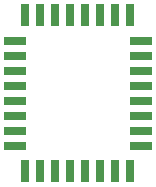
<source format=gtp>
%TF.GenerationSoftware,KiCad,Pcbnew,4.0.6*%
%TF.CreationDate,2017-11-25T15:44:53+09:00*%
%TF.ProjectId,gb_rom_board,67625F726F6D5F626F6172642E6B6963,rev?*%
%TF.FileFunction,Paste,Top*%
%FSLAX46Y46*%
G04 Gerber Fmt 4.6, Leading zero omitted, Abs format (unit mm)*
G04 Created by KiCad (PCBNEW 4.0.6) date 11/25/17 15:44:53*
%MOMM*%
%LPD*%
G01*
G04 APERTURE LIST*
%ADD10C,0.100000*%
%ADD11R,0.700000X1.925000*%
%ADD12R,1.925000X0.700000*%
G04 APERTURE END LIST*
D10*
D11*
X152362000Y-85725900D03*
X151092000Y-85725900D03*
X149822000Y-85725900D03*
X148552000Y-85725900D03*
X153632000Y-85725900D03*
X154902000Y-85725900D03*
X156172000Y-85725900D03*
X157442000Y-85725900D03*
D12*
X147674500Y-87873400D03*
X147674500Y-89143400D03*
X147674500Y-90413400D03*
X147674500Y-91683400D03*
X147674500Y-92953400D03*
X147674500Y-94223400D03*
X147674500Y-95493400D03*
X147674500Y-96763400D03*
D11*
X148552000Y-98910900D03*
X149822000Y-98910900D03*
X151092000Y-98910900D03*
X152362000Y-98910900D03*
X153632000Y-98910900D03*
X154902000Y-98910900D03*
X156172000Y-98910900D03*
X157442000Y-98910900D03*
D12*
X158319500Y-96763400D03*
X158319500Y-95493400D03*
X158319500Y-94223400D03*
X158319500Y-92953400D03*
X158319500Y-91683400D03*
X158319500Y-90413400D03*
X158319500Y-89143400D03*
X158319500Y-87873400D03*
M02*

</source>
